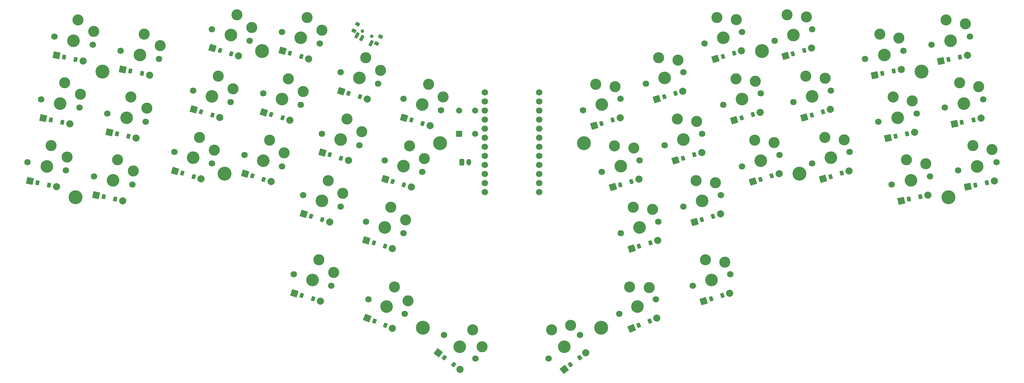
<source format=gbr>
%TF.GenerationSoftware,KiCad,Pcbnew,8.0.6*%
%TF.CreationDate,2025-05-26T13:53:35+02:00*%
%TF.ProjectId,main-rounded,6d61696e-2d72-46f7-956e-6465642e6b69,v1.0.0*%
%TF.SameCoordinates,Original*%
%TF.FileFunction,Soldermask,Top*%
%TF.FilePolarity,Negative*%
%FSLAX46Y46*%
G04 Gerber Fmt 4.6, Leading zero omitted, Abs format (unit mm)*
G04 Created by KiCad (PCBNEW 8.0.6) date 2025-05-26 13:53:35*
%MOMM*%
%LPD*%
G01*
G04 APERTURE LIST*
G04 Aperture macros list*
%AMRoundRect*
0 Rectangle with rounded corners*
0 $1 Rounding radius*
0 $2 $3 $4 $5 $6 $7 $8 $9 X,Y pos of 4 corners*
0 Add a 4 corners polygon primitive as box body*
4,1,4,$2,$3,$4,$5,$6,$7,$8,$9,$2,$3,0*
0 Add four circle primitives for the rounded corners*
1,1,$1+$1,$2,$3*
1,1,$1+$1,$4,$5*
1,1,$1+$1,$6,$7*
1,1,$1+$1,$8,$9*
0 Add four rect primitives between the rounded corners*
20,1,$1+$1,$2,$3,$4,$5,0*
20,1,$1+$1,$4,$5,$6,$7,0*
20,1,$1+$1,$6,$7,$8,$9,0*
20,1,$1+$1,$8,$9,$2,$3,0*%
G04 Aperture macros list end*
%ADD10RoundRect,0.050000X-1.110073X-0.590236X0.590236X-1.110073X1.110073X0.590236X-0.590236X1.110073X0*%
%ADD11RoundRect,0.050000X-0.605760X-0.442216X0.254914X-0.705350X0.605760X0.442216X-0.254914X0.705350X0*%
%ADD12C,2.005000*%
%ADD13C,1.801800*%
%ADD14C,3.100000*%
%ADD15C,3.529000*%
%ADD16RoundRect,0.050000X-0.590236X-1.110073X1.110073X-0.590236X0.590236X1.110073X-1.110073X0.590236X0*%
%ADD17RoundRect,0.050000X-0.254914X-0.705350X0.605760X-0.442216X0.254914X0.705350X-0.605760X0.442216X0*%
%ADD18RoundRect,0.050000X-1.054407X-0.684740X0.684740X-1.054407X1.054407X0.684740X-0.684740X1.054407X0*%
%ADD19RoundRect,0.050000X-0.564913X-0.493328X0.315419X-0.680449X0.564913X0.493328X-0.315419X0.680449X0*%
%ADD20C,3.900000*%
%ADD21RoundRect,0.050000X-0.684740X-1.054407X1.054407X-0.684740X0.684740X1.054407X-1.054407X0.684740X0*%
%ADD22RoundRect,0.050000X-0.315419X-0.680449X0.564913X-0.493328X0.315419X0.680449X-0.564913X0.493328X0*%
%ADD23C,1.000000*%
%ADD24RoundRect,0.102000X0.669724X0.486281X0.057490X0.825648X-0.669724X-0.486281X-0.057490X-0.825648X0*%
%ADD25RoundRect,0.102000X0.631234X0.107443X-0.243386X0.592253X-0.631234X-0.107443X0.243386X-0.592253X0*%
%ADD26RoundRect,0.050000X-1.245001X-0.174973X0.174973X-1.245001X1.245001X0.174973X-0.174973X1.245001X0*%
%ADD27RoundRect,0.050000X-0.720475X-0.208365X-0.001703X-0.749998X0.720475X0.208365X0.001703X0.749998X0*%
%ADD28RoundRect,0.260000X-0.390000X-0.665000X0.390000X-0.665000X0.390000X0.665000X-0.390000X0.665000X0*%
%ADD29O,1.300000X1.850000*%
%ADD30RoundRect,0.050000X-0.174973X-1.245001X1.245001X-0.174973X0.174973X1.245001X-1.245001X0.174973X0*%
%ADD31RoundRect,0.050000X0.001703X-0.749998X0.720475X-0.208365X-0.001703X0.749998X-0.720475X0.208365X0*%
%ADD32RoundRect,0.102000X0.749000X-0.749000X0.749000X0.749000X-0.749000X0.749000X-0.749000X-0.749000X0*%
%ADD33C,1.702000*%
%ADD34RoundRect,0.050000X-0.491241X-1.157292X1.157292X-0.491241X0.491241X1.157292X-1.157292X0.491241X0*%
%ADD35RoundRect,0.050000X-0.192469X-0.724883X0.641997X-0.387737X0.192469X0.724883X-0.641997X0.387737X0*%
%ADD36RoundRect,0.050000X-1.157292X-0.491241X0.491241X-1.157292X1.157292X0.491241X-0.491241X1.157292X0*%
%ADD37RoundRect,0.050000X-0.641997X-0.387737X0.192469X-0.724883X0.641997X0.387737X-0.192469X0.724883X0*%
%ADD38C,1.800000*%
G04 APERTURE END LIST*
D10*
%TO.C,D14*%
X136978943Y-124283215D03*
D11*
X139044561Y-124914738D03*
X142200367Y-125879564D03*
D12*
X144265985Y-126511087D03*
%TD*%
D10*
%TO.C,D18*%
X159826681Y-114537402D03*
D11*
X161892299Y-115168925D03*
X165048105Y-116133751D03*
D12*
X167113723Y-116765274D03*
%TD*%
D13*
%TO.C,S40*%
X240714576Y-161645349D03*
D14*
X244234640Y-154347292D03*
D15*
X245974252Y-160037305D03*
D14*
X249659382Y-154989304D03*
D13*
X251233928Y-158429261D03*
%TD*%
D16*
%TO.C,D32*%
X252338500Y-115218197D03*
D17*
X254404118Y-114586674D03*
X257559924Y-113621848D03*
D12*
X259625542Y-112990325D03*
%TD*%
D16*
%TO.C,D31*%
X257601191Y-132431682D03*
D17*
X259666809Y-131800159D03*
X262822615Y-130835333D03*
D12*
X264888233Y-130203810D03*
%TD*%
D10*
%TO.C,D11*%
X120563383Y-112990325D03*
D11*
X122629001Y-113621848D03*
X125784807Y-114586674D03*
D12*
X127850425Y-115218197D03*
%TD*%
D13*
%TO.C,S21*%
X171067922Y-175444374D03*
D14*
X179041216Y-174002476D03*
D15*
X175460417Y-178754357D03*
D14*
X181710401Y-178768549D03*
D13*
X179852912Y-182064340D03*
%TD*%
%TO.C,S36*%
X227582236Y-105010186D03*
D14*
X231102300Y-97712129D03*
D15*
X232841912Y-103402142D03*
D14*
X236527042Y-98354141D03*
D13*
X238101588Y-101794098D03*
%TD*%
%TO.C,S24*%
X307557045Y-94101477D03*
D14*
X311699782Y-87137985D03*
D15*
X312936857Y-92957963D03*
D14*
X317047926Y-88250351D03*
D13*
X318316669Y-91814449D03*
%TD*%
%TO.C,S1*%
X54387436Y-127027762D03*
D14*
X61004323Y-122351298D03*
D15*
X59767248Y-128171276D03*
D14*
X65437655Y-125542781D03*
D13*
X65147060Y-129314790D03*
%TD*%
D16*
%TO.C,D34*%
X241185631Y-143724573D03*
D17*
X243251249Y-143093050D03*
X246407055Y-142128224D03*
D12*
X248472673Y-141496701D03*
%TD*%
D18*
%TO.C,D6*%
X81070573Y-101006878D03*
D19*
X83183371Y-101455969D03*
X86411259Y-102142077D03*
D12*
X88524057Y-102591168D03*
%TD*%
D13*
%TO.C,S2*%
X58129846Y-109421106D03*
D14*
X64746733Y-104744642D03*
D15*
X63509658Y-110564620D03*
D14*
X69180065Y-107936125D03*
D13*
X68889470Y-111708134D03*
%TD*%
D20*
%TO.C,H3*%
X67861043Y-136843582D03*
%TD*%
D13*
%TO.C,S16*%
X149147003Y-143688741D03*
D14*
X156146291Y-139606772D03*
D15*
X154406679Y-145296785D03*
D14*
X160284597Y-143172501D03*
D13*
X159666355Y-146904829D03*
%TD*%
%TO.C,S10*%
X115146396Y-124928178D03*
D14*
X122145684Y-120846209D03*
D15*
X120406072Y-126536222D03*
D14*
X126283990Y-124411938D03*
D13*
X125665748Y-128144266D03*
%TD*%
D16*
%TO.C,D35*%
X235922940Y-126511087D03*
D17*
X237988558Y-125879564D03*
X241144364Y-124914738D03*
D12*
X243209982Y-124283215D03*
%TD*%
D10*
%TO.C,D7*%
X95669044Y-129430271D03*
D11*
X97734662Y-130061794D03*
X100890468Y-131026620D03*
D12*
X102956086Y-131658143D03*
%TD*%
D20*
%TO.C,H9*%
X169921428Y-121639132D03*
%TD*%
D13*
%TO.C,S26*%
X292714651Y-115658456D03*
D14*
X296857388Y-108694964D03*
D15*
X298094463Y-114514942D03*
D14*
X302205532Y-109807330D03*
D13*
X303474275Y-113371428D03*
%TD*%
%TO.C,S17*%
X154409694Y-126475256D03*
D14*
X161408982Y-122393287D03*
D15*
X159669370Y-128083300D03*
D14*
X165547288Y-125959016D03*
D13*
X164929046Y-129691344D03*
%TD*%
D21*
%TO.C,D27*%
X291664869Y-102591168D03*
D22*
X293777667Y-102142077D03*
X297005555Y-101455969D03*
D12*
X299118353Y-101006878D03*
%TD*%
D13*
%TO.C,S32*%
X249260487Y-110930781D03*
D14*
X252780551Y-103632724D03*
D15*
X254520163Y-109322737D03*
D14*
X258205293Y-104274736D03*
D13*
X259779839Y-107714693D03*
%TD*%
D18*
%TO.C,D5*%
X77328162Y-118613535D03*
D19*
X79440960Y-119062626D03*
X82668848Y-119748734D03*
D12*
X84781646Y-120197825D03*
%TD*%
D13*
%TO.C,S35*%
X232844926Y-122223672D03*
D14*
X236364990Y-114925615D03*
D15*
X238104602Y-120615628D03*
D14*
X241789732Y-115567627D03*
D13*
X243364278Y-119007584D03*
%TD*%
%TO.C,S41*%
X220155321Y-169538887D03*
D14*
X223025923Y-161961807D03*
D15*
X225254832Y-167478551D03*
D14*
X228485977Y-162128580D03*
D13*
X230354343Y-165418215D03*
%TD*%
%TO.C,S34*%
X238107617Y-139437157D03*
D14*
X241627681Y-132139100D03*
D15*
X243367293Y-137829113D03*
D14*
X247052423Y-132781112D03*
D13*
X248626969Y-136221069D03*
%TD*%
D16*
%TO.C,D33*%
X247075809Y-98004711D03*
D17*
X249141427Y-97373188D03*
X252297233Y-96408362D03*
D12*
X254362851Y-95776839D03*
%TD*%
D13*
%TO.C,S7*%
X95514747Y-124154640D03*
D14*
X102514035Y-120072671D03*
D15*
X100774423Y-125762684D03*
D14*
X106652341Y-123638400D03*
D13*
X106034099Y-127370728D03*
%TD*%
D20*
%TO.C,H7*%
X260090871Y-95803284D03*
%TD*%
D18*
%TO.C,D3*%
X62485768Y-97056556D03*
D19*
X64598566Y-97505647D03*
X67826454Y-98191755D03*
D12*
X69939252Y-98640846D03*
%TD*%
D20*
%TO.C,H2*%
X304843061Y-101630268D03*
%TD*%
D13*
%TO.C,S33*%
X243997796Y-93717295D03*
D14*
X247517860Y-86419238D03*
D15*
X249257472Y-92109251D03*
D14*
X252942602Y-87061250D03*
D13*
X254517148Y-90501207D03*
%TD*%
%TO.C,S42*%
X200336014Y-182064340D03*
D14*
X201147710Y-174002476D03*
D15*
X204728509Y-178754357D03*
D14*
X206464880Y-172750399D03*
D13*
X209121004Y-175444374D03*
%TD*%
D21*
%TO.C,D22*%
X317734494Y-133854159D03*
D22*
X319847292Y-133405068D03*
X323075180Y-132718960D03*
D12*
X325187978Y-132269869D03*
%TD*%
D16*
%TO.C,D40*%
X243792589Y-165932764D03*
D17*
X245858207Y-165301241D03*
X249014013Y-164336415D03*
D12*
X251079631Y-163704892D03*
%TD*%
D13*
%TO.C,S14*%
X136824647Y-119007584D03*
D14*
X143823935Y-114925615D03*
D15*
X142084323Y-120615628D03*
D14*
X147962241Y-118491344D03*
D13*
X147343999Y-122223672D03*
%TD*%
D21*
%TO.C,D25*%
X299149690Y-137804482D03*
D22*
X301262488Y-137355391D03*
X304490376Y-136669283D03*
D12*
X306603174Y-136220192D03*
%TD*%
D13*
%TO.C,S20*%
X149834582Y-165418215D03*
D14*
X157163002Y-161961807D03*
D15*
X154934093Y-167478551D03*
D14*
X160974787Y-165874645D03*
D13*
X160033604Y-169538887D03*
%TD*%
%TO.C,S12*%
X125671777Y-90501207D03*
D14*
X132671065Y-86419238D03*
D15*
X130931453Y-92109251D03*
D14*
X136809371Y-89984967D03*
D13*
X136191129Y-93717295D03*
%TD*%
D10*
%TO.C,D15*%
X142241634Y-107069730D03*
D11*
X144307252Y-107701253D03*
X147463058Y-108666079D03*
D12*
X149528676Y-109297602D03*
%TD*%
D13*
%TO.C,S27*%
X288972240Y-98051799D03*
D14*
X293114977Y-91088307D03*
D15*
X294352052Y-96908285D03*
D14*
X298463121Y-92200673D03*
D13*
X299731864Y-95764771D03*
%TD*%
%TO.C,S25*%
X296457061Y-133265113D03*
D14*
X300599798Y-126301621D03*
D15*
X301836873Y-132121599D03*
D14*
X305947942Y-127413987D03*
D13*
X307216685Y-130978085D03*
%TD*%
D10*
%TO.C,D17*%
X154563990Y-131750887D03*
D11*
X156629608Y-132382410D03*
X159785414Y-133347236D03*
D12*
X161851032Y-133978759D03*
%TD*%
D10*
%TO.C,D13*%
X131716253Y-141496701D03*
D11*
X133781871Y-142128224D03*
X136937677Y-143093050D03*
D12*
X139003295Y-143724573D03*
%TD*%
D23*
%TO.C,REF\u002A\u002A*%
X150811930Y-91727214D03*
X148188070Y-90272786D03*
D24*
X150619477Y-93621408D03*
X147995620Y-92166978D03*
X146683690Y-91439763D03*
D25*
X152159071Y-93731637D03*
X145774349Y-90192526D03*
X153225651Y-91807474D03*
X146840929Y-88268363D03*
%TD*%
D20*
%TO.C,H5*%
X120098055Y-95803284D03*
%TD*%
D18*
%TO.C,D2*%
X58743358Y-114663213D03*
D19*
X60856156Y-115112304D03*
X64084044Y-115798412D03*
D12*
X66196842Y-116247503D03*
%TD*%
D16*
%TO.C,D39*%
X213075202Y-116765274D03*
D17*
X215140820Y-116133751D03*
X218296626Y-115168925D03*
D12*
X220362244Y-114537402D03*
%TD*%
D20*
%TO.C,H10*%
X210267497Y-121639132D03*
%TD*%
%TO.C,H6*%
X109572673Y-130230255D03*
%TD*%
D26*
%TO.C,D21*%
X169408540Y-180454619D03*
D27*
X171133592Y-181754539D03*
X173769090Y-183740529D03*
D12*
X175494142Y-185040449D03*
%TD*%
D13*
%TO.C,S15*%
X142087337Y-101794098D03*
D14*
X149086625Y-97712129D03*
D15*
X147347013Y-103402142D03*
D14*
X153224931Y-101277858D03*
D13*
X152606689Y-105010186D03*
%TD*%
D21*
%TO.C,D26*%
X295407279Y-120197825D03*
D22*
X297520077Y-119748734D03*
X300747965Y-119062626D03*
D12*
X302860763Y-118613535D03*
%TD*%
D16*
%TO.C,D38*%
X218337893Y-133978759D03*
D17*
X220403511Y-133347236D03*
X223559317Y-132382410D03*
D12*
X225624935Y-131750887D03*
%TD*%
D10*
%TO.C,D19*%
X129109294Y-163704892D03*
D11*
X131174912Y-164336415D03*
X134330718Y-165301241D03*
D12*
X136396336Y-165932764D03*
%TD*%
D13*
%TO.C,S5*%
X76714651Y-113371428D03*
D14*
X83331538Y-108694964D03*
D15*
X82094463Y-114514942D03*
D14*
X87764870Y-111886447D03*
D13*
X87474275Y-115658456D03*
%TD*%
%TO.C,S37*%
X220522570Y-146904829D03*
D14*
X224042634Y-139606772D03*
D15*
X225782246Y-145296785D03*
D14*
X229467376Y-140248784D03*
D13*
X231041922Y-143688741D03*
%TD*%
%TO.C,S23*%
X311299455Y-111708134D03*
D14*
X315442192Y-104744642D03*
D15*
X316679267Y-110564620D03*
D14*
X320790336Y-105857008D03*
D13*
X322059079Y-109421106D03*
%TD*%
D20*
%TO.C,H11*%
X165145313Y-173437661D03*
%TD*%
D10*
%TO.C,D10*%
X115300692Y-130203810D03*
D11*
X117366310Y-130835333D03*
X120522116Y-131800159D03*
D12*
X122587734Y-132431682D03*
%TD*%
D13*
%TO.C,S39*%
X209997189Y-112477858D03*
D14*
X213517253Y-105179801D03*
D15*
X215256865Y-110869814D03*
D14*
X218941995Y-105821813D03*
D13*
X220516541Y-109261770D03*
%TD*%
D10*
%TO.C,D9*%
X106194425Y-95003300D03*
D11*
X108260043Y-95634823D03*
X111415849Y-96599649D03*
D12*
X113481467Y-97231172D03*
%TD*%
D13*
%TO.C,S6*%
X80457061Y-95764771D03*
D14*
X87073948Y-91088307D03*
D15*
X85836873Y-96908285D03*
D14*
X91507280Y-94279790D03*
D13*
X91216685Y-98051799D03*
%TD*%
%TO.C,S38*%
X215259879Y-129691344D03*
D14*
X218779943Y-122393287D03*
D15*
X220519555Y-128083300D03*
D14*
X224204685Y-123035299D03*
D13*
X225779231Y-126475256D03*
%TD*%
%TO.C,S4*%
X72972240Y-130978085D03*
D14*
X79589127Y-126301621D03*
D15*
X78352052Y-132121599D03*
D14*
X84022459Y-129493104D03*
D13*
X83731864Y-133265113D03*
%TD*%
D10*
%TO.C,D12*%
X125826074Y-95776839D03*
D11*
X127891692Y-96408362D03*
X131047498Y-97373188D03*
D12*
X133113116Y-98004711D03*
%TD*%
D18*
%TO.C,D4*%
X73585752Y-136220192D03*
D19*
X75698550Y-136669283D03*
X78926438Y-137355391D03*
D12*
X81039236Y-137804482D03*
%TD*%
D13*
%TO.C,S18*%
X159672384Y-109261770D03*
D14*
X166671672Y-105179801D03*
D15*
X164932060Y-110869814D03*
D14*
X170809978Y-108745530D03*
D13*
X170191736Y-112477858D03*
%TD*%
D10*
%TO.C,D8*%
X100931734Y-112216786D03*
D11*
X102997352Y-112848309D03*
X106153158Y-113813135D03*
D12*
X108218776Y-114444658D03*
%TD*%
D13*
%TO.C,S11*%
X120409087Y-107714693D03*
D14*
X127408375Y-103632724D03*
D15*
X125668763Y-109322737D03*
D14*
X131546681Y-107198453D03*
D13*
X130928439Y-110930781D03*
%TD*%
D20*
%TO.C,H8*%
X270616252Y-130230255D03*
%TD*%
%TO.C,H1*%
X75345864Y-101630268D03*
%TD*%
D16*
%TO.C,D30*%
X266707458Y-97231172D03*
D17*
X268773076Y-96599649D03*
X271928882Y-95634823D03*
D12*
X273994500Y-95003300D03*
%TD*%
D28*
%TO.C,JST1*%
X176000000Y-127000000D03*
D29*
X178000000Y-127000000D03*
%TD*%
D30*
%TO.C,D42*%
X204694783Y-185040449D03*
D31*
X206419835Y-183740529D03*
X209055333Y-181754539D03*
D12*
X210780385Y-180454619D03*
%TD*%
D18*
%TO.C,D1*%
X55000947Y-132269869D03*
D19*
X57113745Y-132718960D03*
X60341633Y-133405068D03*
D12*
X62454431Y-133854159D03*
%TD*%
D13*
%TO.C,S19*%
X128954998Y-158429261D03*
D14*
X135954286Y-154347292D03*
D15*
X134214674Y-160037305D03*
D14*
X140092592Y-157913021D03*
D13*
X139474350Y-161645349D03*
%TD*%
D16*
%TO.C,D28*%
X277232840Y-131658143D03*
D17*
X279298458Y-131026620D03*
X282454264Y-130061794D03*
D12*
X284519882Y-129430271D03*
%TD*%
D16*
%TO.C,D37*%
X223600584Y-151192245D03*
D17*
X225666202Y-150560722D03*
X228822008Y-149595896D03*
D12*
X230887626Y-148964373D03*
%TD*%
D32*
%TO.C,REF\u002A\u002A*%
X175250000Y-119000000D03*
D33*
X175250000Y-112500000D03*
X179750000Y-119000000D03*
X179750000Y-112500000D03*
%TD*%
D20*
%TO.C,H4*%
X312327882Y-136843582D03*
%TD*%
D13*
%TO.C,S3*%
X61872257Y-91814449D03*
D14*
X68489144Y-87137985D03*
D15*
X67252069Y-92957963D03*
D14*
X72922476Y-90329468D03*
D13*
X72631881Y-94101477D03*
%TD*%
D16*
%TO.C,D36*%
X230660249Y-109297602D03*
D17*
X232725867Y-108666079D03*
X235881673Y-107701253D03*
D12*
X237947291Y-107069730D03*
%TD*%
D21*
%TO.C,D24*%
X310249673Y-98640846D03*
D22*
X312362471Y-98191755D03*
X315590359Y-97505647D03*
D12*
X317703157Y-97056556D03*
%TD*%
D16*
%TO.C,D29*%
X271970149Y-114444658D03*
D17*
X274035767Y-113813135D03*
X277191573Y-112848309D03*
D12*
X279257191Y-112216786D03*
%TD*%
D20*
%TO.C,H12*%
X215043612Y-173437661D03*
%TD*%
D21*
%TO.C,D23*%
X313992084Y-116247503D03*
D22*
X316104882Y-115798412D03*
X319332770Y-115112304D03*
D12*
X321445568Y-114663213D03*
%TD*%
D13*
%TO.C,S31*%
X254523177Y-128144266D03*
D14*
X258043241Y-120846209D03*
D15*
X259782853Y-126536222D03*
D14*
X263467983Y-121488221D03*
D13*
X265042529Y-124928178D03*
%TD*%
%TO.C,S8*%
X100777438Y-106941154D03*
D14*
X107776726Y-102859185D03*
D15*
X106037114Y-108549198D03*
D14*
X111915032Y-106424914D03*
D13*
X111296790Y-110157242D03*
%TD*%
%TO.C,S9*%
X106040128Y-89727669D03*
D14*
X113039416Y-85645700D03*
D15*
X111299804Y-91335713D03*
D14*
X117177722Y-89211429D03*
D13*
X116559480Y-92943757D03*
%TD*%
D34*
%TO.C,D41*%
X223595295Y-173541722D03*
D35*
X225598012Y-172732572D03*
X228657718Y-171496370D03*
D12*
X230660435Y-170687220D03*
%TD*%
D13*
%TO.C,S30*%
X263629445Y-92943757D03*
D14*
X267149509Y-85645700D03*
D15*
X268889121Y-91335713D03*
D14*
X272574251Y-86287712D03*
D13*
X274148797Y-89727669D03*
%TD*%
%TO.C,S13*%
X131561956Y-136221069D03*
D14*
X138561244Y-132139100D03*
D15*
X136821632Y-137829113D03*
D14*
X142699550Y-135704829D03*
D13*
X142081308Y-139437157D03*
%TD*%
%TO.C,S22*%
X315041866Y-129314790D03*
D14*
X319184603Y-122351298D03*
D15*
X320421678Y-128171276D03*
D14*
X324532747Y-123463664D03*
D13*
X325801490Y-127027762D03*
%TD*%
D10*
%TO.C,D16*%
X149301300Y-148964373D03*
D11*
X151366918Y-149595896D03*
X154522724Y-150560722D03*
D12*
X156588342Y-151192245D03*
%TD*%
D36*
%TO.C,D20*%
X149528490Y-170687220D03*
D37*
X151531207Y-171496370D03*
X154590913Y-172732572D03*
D12*
X156593630Y-173541722D03*
%TD*%
D13*
%TO.C,S28*%
X274154826Y-127370728D03*
D14*
X277674890Y-120072671D03*
D15*
X279414502Y-125762684D03*
D14*
X283099632Y-120714683D03*
D13*
X284674178Y-124154640D03*
%TD*%
%TO.C,S29*%
X268892136Y-110157242D03*
D14*
X272412200Y-102859185D03*
D15*
X274151812Y-108549198D03*
D14*
X277836942Y-103501197D03*
D13*
X279411488Y-106941154D03*
%TD*%
D38*
%TO.C,MCU1*%
X197740000Y-107460000D03*
X197740000Y-110000000D03*
X197740000Y-112540000D03*
X197740000Y-115080000D03*
X197740000Y-117620000D03*
X197740000Y-120160000D03*
X197740000Y-122700000D03*
X197740000Y-125240000D03*
X197740000Y-127780000D03*
X197740000Y-130320000D03*
X197740000Y-132860000D03*
X197740000Y-135400000D03*
X182500000Y-135400000D03*
X182500000Y-132860000D03*
X182500000Y-130320000D03*
X182500000Y-127780000D03*
X182500000Y-125240000D03*
X182500000Y-122700000D03*
X182500000Y-120160000D03*
X182500000Y-117620000D03*
X182500000Y-115080000D03*
X182500000Y-112540000D03*
X182500000Y-110000000D03*
X182500000Y-107460000D03*
%TD*%
M02*

</source>
